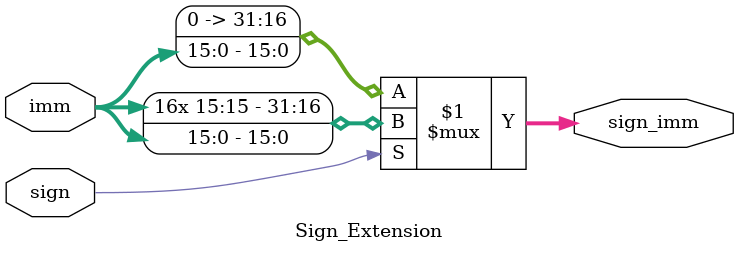
<source format=v>
`timescale 1ns / 1ps


module Sign_Extension(imm,sign_imm,sign);
input  [15:0]           imm             ;
input                   sign            ;
output [31:0]           sign_imm        ;       

assign sign_imm = (sign)?  {{16{imm[15]}},imm}:{{16{1'b0}},imm} ;

endmodule

</source>
